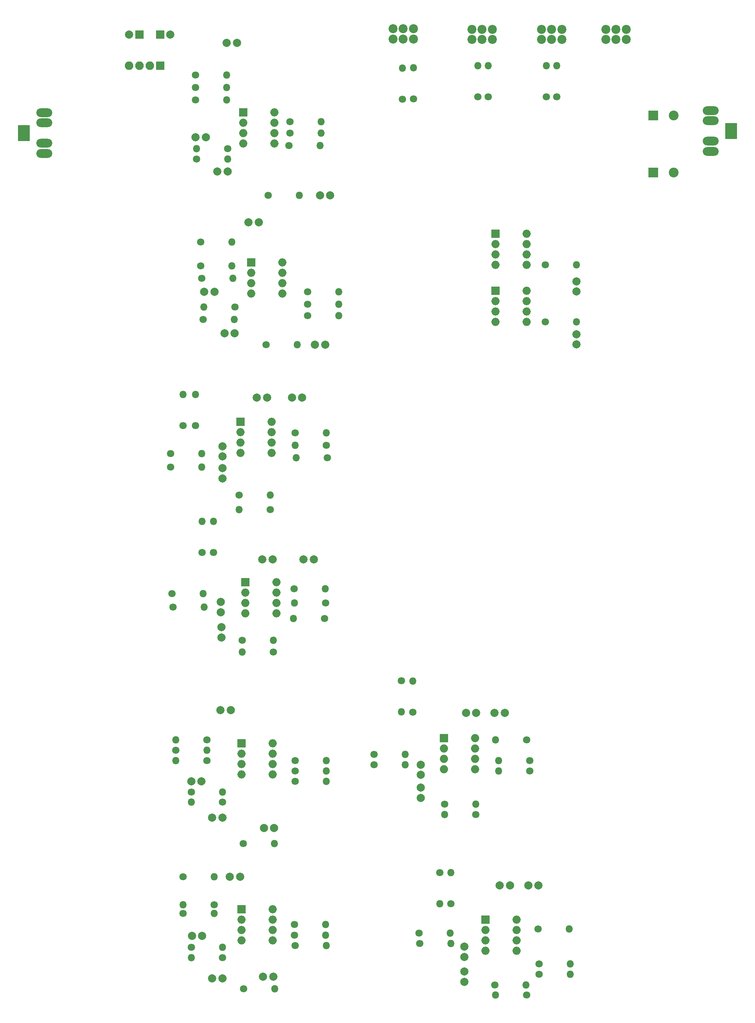
<source format=gbr>
G04 #@! TF.GenerationSoftware,KiCad,Pcbnew,5.0.0-rc3-6a2723a~65~ubuntu16.04.1*
G04 #@! TF.CreationDate,2018-07-19T21:14:32+03:00*
G04 #@! TF.ProjectId,test5,74657374352E6B696361645F70636200,rev?*
G04 #@! TF.SameCoordinates,Original*
G04 #@! TF.FileFunction,Soldermask,Bot*
G04 #@! TF.FilePolarity,Negative*
%FSLAX46Y46*%
G04 Gerber Fmt 4.6, Leading zero omitted, Abs format (unit mm)*
G04 Created by KiCad (PCBNEW 5.0.0-rc3-6a2723a~65~ubuntu16.04.1) date Thu Jul 19 21:14:32 2018*
%MOMM*%
%LPD*%
G01*
G04 APERTURE LIST*
%ADD10R,2.000000X2.000000*%
%ADD11O,2.000000X2.000000*%
%ADD12C,2.000000*%
%ADD13C,1.800000*%
%ADD14O,1.800000X1.800000*%
%ADD15R,2.100000X2.100000*%
%ADD16O,2.100000X2.100000*%
%ADD17R,2.400000X2.400000*%
%ADD18C,2.400000*%
%ADD19R,2.900000X3.900000*%
%ADD20O,3.900000X2.150000*%
%ADD21C,2.200000*%
G04 APERTURE END LIST*
D10*
G04 #@! TO.C,U6*
X80835500Y-230759000D03*
D11*
X88455500Y-238379000D03*
X80835500Y-233299000D03*
X88455500Y-235839000D03*
X80835500Y-235839000D03*
X88455500Y-233299000D03*
X80835500Y-238379000D03*
X88455500Y-230759000D03*
G04 #@! TD*
D12*
G04 #@! TO.C,C19*
X102576000Y-55880000D03*
X100076000Y-55880000D03*
G04 #@! TD*
G04 #@! TO.C,C21*
X79756000Y-18542000D03*
X77256000Y-18542000D03*
G04 #@! TD*
D13*
G04 #@! TO.C,R14*
X69596000Y-29464000D03*
D14*
X77216000Y-29464000D03*
G04 #@! TD*
D13*
G04 #@! TO.C,R13*
X69596000Y-26416000D03*
D14*
X77216000Y-26416000D03*
G04 #@! TD*
D13*
G04 #@! TO.C,R25*
X69596000Y-32512000D03*
D14*
X77216000Y-32512000D03*
G04 #@! TD*
D15*
G04 #@! TO.C,J3*
X60960000Y-24130000D03*
D16*
X58420000Y-24130000D03*
X55880000Y-24130000D03*
X53340000Y-24130000D03*
G04 #@! TD*
D13*
G04 #@! TO.C,10K1*
X157988000Y-31750000D03*
D14*
X157988000Y-24130000D03*
G04 #@! TD*
D10*
G04 #@! TO.C,C1*
X60960000Y-16510000D03*
D12*
X63460000Y-16510000D03*
G04 #@! TD*
G04 #@! TO.C,C2*
X53380000Y-16510000D03*
D10*
X55880000Y-16510000D03*
G04 #@! TD*
D12*
G04 #@! TO.C,C3*
X76200000Y-125222000D03*
X76200000Y-122722000D03*
G04 #@! TD*
G04 #@! TO.C,C4*
X75946000Y-161671000D03*
X75946000Y-164171000D03*
G04 #@! TD*
G04 #@! TO.C,C5*
X76200000Y-117348000D03*
X76200000Y-119848000D03*
G04 #@! TD*
G04 #@! TO.C,C6*
X75819000Y-157988000D03*
X75819000Y-155488000D03*
G04 #@! TD*
G04 #@! TO.C,C7*
X69636000Y-41656000D03*
X72136000Y-41656000D03*
G04 #@! TD*
G04 #@! TO.C,C8*
X74250000Y-79500000D03*
X71750000Y-79500000D03*
G04 #@! TD*
G04 #@! TO.C,C9*
X77470000Y-50038000D03*
X74970000Y-50038000D03*
G04 #@! TD*
G04 #@! TO.C,C10*
X79208000Y-89662000D03*
X76708000Y-89662000D03*
G04 #@! TD*
G04 #@! TO.C,C11*
X73700000Y-208280000D03*
X76200000Y-208280000D03*
G04 #@! TD*
G04 #@! TO.C,C12*
X76200000Y-247650000D03*
X73700000Y-247650000D03*
G04 #@! TD*
G04 #@! TO.C,C13*
X71080000Y-199390000D03*
X68580000Y-199390000D03*
G04 #@! TD*
G04 #@! TO.C,C14*
X68747000Y-237236000D03*
X71247000Y-237236000D03*
G04 #@! TD*
G04 #@! TO.C,C15*
X87122000Y-105410000D03*
X84622000Y-105410000D03*
G04 #@! TD*
G04 #@! TO.C,C16*
X88479000Y-145034000D03*
X85979000Y-145034000D03*
G04 #@! TD*
G04 #@! TO.C,C17*
X95718000Y-105410000D03*
X93218000Y-105410000D03*
G04 #@! TD*
G04 #@! TO.C,C18*
X96052000Y-145034000D03*
X98552000Y-145034000D03*
G04 #@! TD*
G04 #@! TO.C,C20*
X101346000Y-92456000D03*
X98846000Y-92456000D03*
G04 #@! TD*
G04 #@! TO.C,C22*
X82590000Y-62484000D03*
X85090000Y-62484000D03*
G04 #@! TD*
G04 #@! TO.C,C23*
X86360000Y-210820000D03*
X88860000Y-210820000D03*
G04 #@! TD*
G04 #@! TO.C,C24*
X88646000Y-247269000D03*
X86146000Y-247269000D03*
G04 #@! TD*
G04 #@! TO.C,C25*
X75732000Y-181991000D03*
X78232000Y-181991000D03*
G04 #@! TD*
G04 #@! TO.C,C26*
X78018000Y-222758000D03*
X80518000Y-222758000D03*
G04 #@! TD*
G04 #@! TO.C,C27*
X124714000Y-200954000D03*
X124714000Y-203454000D03*
G04 #@! TD*
G04 #@! TO.C,C28*
X135382000Y-245999000D03*
X135382000Y-248499000D03*
G04 #@! TD*
G04 #@! TO.C,C29*
X124714000Y-197826000D03*
X124714000Y-195326000D03*
G04 #@! TD*
G04 #@! TO.C,C30*
X135382000Y-239903000D03*
X135382000Y-242403000D03*
G04 #@! TD*
G04 #@! TO.C,C31*
X135803000Y-182626000D03*
X138303000Y-182626000D03*
G04 #@! TD*
G04 #@! TO.C,C32*
X144058000Y-224917000D03*
X146558000Y-224917000D03*
G04 #@! TD*
G04 #@! TO.C,C33*
X142788000Y-182626000D03*
X145288000Y-182626000D03*
G04 #@! TD*
G04 #@! TO.C,C34*
X153543000Y-224917000D03*
X151043000Y-224917000D03*
G04 #@! TD*
G04 #@! TO.C,C35*
X162814000Y-76962000D03*
X162814000Y-79462000D03*
G04 #@! TD*
G04 #@! TO.C,C36*
X162814000Y-89916000D03*
X162814000Y-92416000D03*
G04 #@! TD*
D17*
G04 #@! TO.C,C37*
X181610000Y-50292000D03*
D18*
X186610000Y-50292000D03*
G04 #@! TD*
G04 #@! TO.C,C38*
X186610000Y-36322000D03*
D17*
X181610000Y-36322000D03*
G04 #@! TD*
D19*
G04 #@! TO.C,J1*
X27614000Y-40640000D03*
D20*
X32620000Y-35640000D03*
X32620000Y-45640000D03*
X32620000Y-38140000D03*
X32620000Y-43140000D03*
G04 #@! TD*
G04 #@! TO.C,J2*
X195654000Y-37632000D03*
X195654000Y-42632000D03*
X195654000Y-35132000D03*
X195654000Y-45132000D03*
D19*
X200660000Y-40132000D03*
G04 #@! TD*
D13*
G04 #@! TO.C,R1*
X69850000Y-46990000D03*
D14*
X77470000Y-46990000D03*
G04 #@! TD*
D13*
G04 #@! TO.C,R2*
X71500000Y-86250000D03*
D14*
X79120000Y-86250000D03*
G04 #@! TD*
D13*
G04 #@! TO.C,R3*
X68580000Y-202057000D03*
D14*
X76200000Y-202057000D03*
G04 #@! TD*
G04 #@! TO.C,R4*
X76200000Y-240030000D03*
D13*
X68580000Y-240030000D03*
G04 #@! TD*
G04 #@! TO.C,R5*
X77470000Y-44450000D03*
D14*
X69850000Y-44450000D03*
G04 #@! TD*
D13*
G04 #@! TO.C,R6*
X79250000Y-83250000D03*
D14*
X71630000Y-83250000D03*
G04 #@! TD*
G04 #@! TO.C,R7*
X68580000Y-204470000D03*
D13*
X76200000Y-204470000D03*
G04 #@! TD*
G04 #@! TO.C,R8*
X76200000Y-242570000D03*
D14*
X68580000Y-242570000D03*
G04 #@! TD*
G04 #@! TO.C,R9*
X71120000Y-119126000D03*
D13*
X63500000Y-119126000D03*
G04 #@! TD*
D14*
G04 #@! TO.C,R10*
X71501000Y-153416000D03*
D13*
X63881000Y-153416000D03*
G04 #@! TD*
D14*
G04 #@! TO.C,R11*
X71120000Y-122428000D03*
D13*
X63500000Y-122428000D03*
G04 #@! TD*
D14*
G04 #@! TO.C,R12*
X71755000Y-156718000D03*
D13*
X64135000Y-156718000D03*
G04 #@! TD*
G04 #@! TO.C,R15*
X70866000Y-73152000D03*
D14*
X78486000Y-73152000D03*
G04 #@! TD*
G04 #@! TO.C,R16*
X78740000Y-76200000D03*
D13*
X71120000Y-76200000D03*
G04 #@! TD*
D14*
G04 #@! TO.C,R17*
X66548000Y-104648000D03*
D13*
X66548000Y-112268000D03*
G04 #@! TD*
G04 #@! TO.C,R18*
X69596000Y-112268000D03*
D14*
X69596000Y-104648000D03*
G04 #@! TD*
G04 #@! TO.C,R19*
X71247000Y-135763000D03*
D13*
X71247000Y-143383000D03*
G04 #@! TD*
G04 #@! TO.C,R20*
X74041000Y-143383000D03*
D14*
X74041000Y-135763000D03*
G04 #@! TD*
G04 #@! TO.C,R21*
X72390000Y-191770000D03*
D13*
X64770000Y-191770000D03*
G04 #@! TD*
G04 #@! TO.C,R22*
X72390000Y-194310000D03*
D14*
X64770000Y-194310000D03*
G04 #@! TD*
D13*
G04 #@! TO.C,R23*
X74168000Y-229616000D03*
D14*
X66548000Y-229616000D03*
G04 #@! TD*
G04 #@! TO.C,R24*
X74168000Y-231775000D03*
D13*
X66548000Y-231775000D03*
G04 #@! TD*
D14*
G04 #@! TO.C,R26*
X78486000Y-67310000D03*
D13*
X70866000Y-67310000D03*
G04 #@! TD*
G04 #@! TO.C,R27*
X72390000Y-189230000D03*
D14*
X64770000Y-189230000D03*
G04 #@! TD*
G04 #@! TO.C,R28*
X74168000Y-222758000D03*
D13*
X66548000Y-222758000D03*
G04 #@! TD*
G04 #@! TO.C,R29*
X87376000Y-55880000D03*
D14*
X94996000Y-55880000D03*
G04 #@! TD*
D13*
G04 #@! TO.C,R30*
X86868000Y-92456000D03*
D14*
X94488000Y-92456000D03*
G04 #@! TD*
G04 #@! TO.C,R31*
X88900000Y-214630000D03*
D13*
X81280000Y-214630000D03*
G04 #@! TD*
G04 #@! TO.C,R32*
X81407000Y-250190000D03*
D14*
X89027000Y-250190000D03*
G04 #@! TD*
D13*
G04 #@! TO.C,R33*
X80264000Y-129286000D03*
D14*
X87884000Y-129286000D03*
G04 #@! TD*
G04 #@! TO.C,R34*
X88646000Y-164846000D03*
D13*
X81026000Y-164846000D03*
G04 #@! TD*
G04 #@! TO.C,R35*
X93980000Y-114046000D03*
D14*
X101600000Y-114046000D03*
G04 #@! TD*
D13*
G04 #@! TO.C,R36*
X93726000Y-152273000D03*
D14*
X101346000Y-152273000D03*
G04 #@! TD*
G04 #@! TO.C,R37*
X100330000Y-37846000D03*
D13*
X92710000Y-37846000D03*
G04 #@! TD*
G04 #@! TO.C,R38*
X92710000Y-40640000D03*
D14*
X100330000Y-40640000D03*
G04 #@! TD*
G04 #@! TO.C,R39*
X100076000Y-43688000D03*
D13*
X92456000Y-43688000D03*
G04 #@! TD*
G04 #@! TO.C,R40*
X97028000Y-79502000D03*
D14*
X104648000Y-79502000D03*
G04 #@! TD*
G04 #@! TO.C,R41*
X104648000Y-82550000D03*
D13*
X97028000Y-82550000D03*
G04 #@! TD*
G04 #@! TO.C,R42*
X97028000Y-85344000D03*
D14*
X104648000Y-85344000D03*
G04 #@! TD*
G04 #@! TO.C,R43*
X93980000Y-117094000D03*
D13*
X101600000Y-117094000D03*
G04 #@! TD*
D14*
G04 #@! TO.C,R44*
X94234000Y-120142000D03*
D13*
X101854000Y-120142000D03*
G04 #@! TD*
D14*
G04 #@! TO.C,R45*
X80264000Y-132842000D03*
D13*
X87884000Y-132842000D03*
G04 #@! TD*
D14*
G04 #@! TO.C,R46*
X93853000Y-155702000D03*
D13*
X101473000Y-155702000D03*
G04 #@! TD*
D14*
G04 #@! TO.C,R47*
X93599000Y-159512000D03*
D13*
X101219000Y-159512000D03*
G04 #@! TD*
G04 #@! TO.C,R48*
X88646000Y-167767000D03*
D14*
X81026000Y-167767000D03*
G04 #@! TD*
G04 #@! TO.C,R49*
X101600000Y-194310000D03*
D13*
X93980000Y-194310000D03*
G04 #@! TD*
G04 #@! TO.C,R50*
X93980000Y-196850000D03*
D14*
X101600000Y-196850000D03*
G04 #@! TD*
G04 #@! TO.C,R51*
X101600000Y-199390000D03*
D13*
X93980000Y-199390000D03*
G04 #@! TD*
G04 #@! TO.C,R52*
X93980000Y-239649000D03*
D14*
X101600000Y-239649000D03*
G04 #@! TD*
G04 #@! TO.C,R53*
X101473000Y-237109000D03*
D13*
X93853000Y-237109000D03*
G04 #@! TD*
G04 #@! TO.C,R54*
X93853000Y-234442000D03*
D14*
X101473000Y-234442000D03*
G04 #@! TD*
D13*
G04 #@! TO.C,R55*
X113284000Y-195326000D03*
D14*
X120904000Y-195326000D03*
G04 #@! TD*
G04 #@! TO.C,R56*
X132080000Y-239141000D03*
D13*
X124460000Y-239141000D03*
G04 #@! TD*
G04 #@! TO.C,R57*
X113284000Y-192786000D03*
D14*
X120904000Y-192786000D03*
G04 #@! TD*
G04 #@! TO.C,R58*
X131953000Y-236601000D03*
D13*
X124333000Y-236601000D03*
G04 #@! TD*
D14*
G04 #@! TO.C,R59*
X120006335Y-182406726D03*
D13*
X120006335Y-174786726D03*
G04 #@! TD*
G04 #@! TO.C,R60*
X122809000Y-182499000D03*
D14*
X122809000Y-174879000D03*
G04 #@! TD*
G04 #@! TO.C,R61*
X132080000Y-221742000D03*
D13*
X132080000Y-229362000D03*
G04 #@! TD*
G04 #@! TO.C,R62*
X129413000Y-221742000D03*
D14*
X129413000Y-229362000D03*
G04 #@! TD*
G04 #@! TO.C,R63*
X120269000Y-24765000D03*
D13*
X120269000Y-32385000D03*
G04 #@! TD*
G04 #@! TO.C,R64*
X141224000Y-31750000D03*
D14*
X141224000Y-24130000D03*
G04 #@! TD*
G04 #@! TO.C,R65*
X155448000Y-24130000D03*
D13*
X155448000Y-31750000D03*
G04 #@! TD*
D14*
G04 #@! TO.C,R66*
X138176000Y-204978000D03*
D13*
X130556000Y-204978000D03*
G04 #@! TD*
G04 #@! TO.C,R67*
X142875000Y-249301000D03*
D14*
X150495000Y-249301000D03*
G04 #@! TD*
G04 #@! TO.C,R68*
X143002000Y-189230000D03*
D13*
X150622000Y-189230000D03*
G04 #@! TD*
G04 #@! TO.C,R69*
X153416000Y-235585000D03*
D14*
X161036000Y-235585000D03*
G04 #@! TD*
D13*
G04 #@! TO.C,R70*
X122936000Y-32258000D03*
D14*
X122936000Y-24638000D03*
G04 #@! TD*
G04 #@! TO.C,R71*
X138684000Y-24130000D03*
D13*
X138684000Y-31750000D03*
G04 #@! TD*
G04 #@! TO.C,R73*
X151384000Y-194310000D03*
D14*
X143764000Y-194310000D03*
G04 #@! TD*
G04 #@! TO.C,R74*
X143764000Y-196850000D03*
D13*
X151384000Y-196850000D03*
G04 #@! TD*
G04 #@! TO.C,R75*
X138176000Y-207518000D03*
D14*
X130556000Y-207518000D03*
G04 #@! TD*
G04 #@! TO.C,R76*
X143002000Y-251714000D03*
D13*
X150622000Y-251714000D03*
G04 #@! TD*
G04 #@! TO.C,R77*
X153670000Y-246634000D03*
D14*
X161290000Y-246634000D03*
G04 #@! TD*
G04 #@! TO.C,R78*
X161290000Y-244094000D03*
D13*
X153670000Y-244094000D03*
G04 #@! TD*
D14*
G04 #@! TO.C,R79*
X162814000Y-72898000D03*
D13*
X155194000Y-72898000D03*
G04 #@! TD*
D14*
G04 #@! TO.C,R80*
X162814000Y-86868000D03*
D13*
X155194000Y-86868000D03*
G04 #@! TD*
D21*
G04 #@! TO.C,RV1*
X117936000Y-15113000D03*
X120436000Y-15113000D03*
X122936000Y-15113000D03*
X117936000Y-17613000D03*
X120436000Y-17613000D03*
X122936000Y-17613000D03*
G04 #@! TD*
G04 #@! TO.C,RV2*
X142240000Y-17740000D03*
X139740000Y-17740000D03*
X137240000Y-17740000D03*
X142240000Y-15240000D03*
X139740000Y-15240000D03*
X137240000Y-15240000D03*
G04 #@! TD*
G04 #@! TO.C,RV3*
X175006000Y-17740000D03*
X172506000Y-17740000D03*
X170006000Y-17740000D03*
X175006000Y-15240000D03*
X172506000Y-15240000D03*
X170006000Y-15240000D03*
G04 #@! TD*
G04 #@! TO.C,RV4*
X154258000Y-15240000D03*
X156758000Y-15240000D03*
X159258000Y-15240000D03*
X154258000Y-17740000D03*
X156758000Y-17740000D03*
X159258000Y-17740000D03*
G04 #@! TD*
D10*
G04 #@! TO.C,U1*
X81280000Y-35560000D03*
D11*
X88900000Y-43180000D03*
X81280000Y-38100000D03*
X88900000Y-40640000D03*
X81280000Y-40640000D03*
X88900000Y-38100000D03*
X81280000Y-43180000D03*
X88900000Y-35560000D03*
G04 #@! TD*
D10*
G04 #@! TO.C,U2*
X83248500Y-72326500D03*
D11*
X90868500Y-79946500D03*
X83248500Y-74866500D03*
X90868500Y-77406500D03*
X83248500Y-77406500D03*
X90868500Y-74866500D03*
X83248500Y-79946500D03*
X90868500Y-72326500D03*
G04 #@! TD*
G04 #@! TO.C,U3*
X88201500Y-111379000D03*
X80581500Y-118999000D03*
X88201500Y-113919000D03*
X80581500Y-116459000D03*
X88201500Y-116459000D03*
X80581500Y-113919000D03*
X88201500Y-118999000D03*
D10*
X80581500Y-111379000D03*
G04 #@! TD*
G04 #@! TO.C,U4*
X81788000Y-150622000D03*
D11*
X89408000Y-158242000D03*
X81788000Y-153162000D03*
X89408000Y-155702000D03*
X81788000Y-155702000D03*
X89408000Y-153162000D03*
X81788000Y-158242000D03*
X89408000Y-150622000D03*
G04 #@! TD*
G04 #@! TO.C,U5*
X88455500Y-190119000D03*
X80835500Y-197739000D03*
X88455500Y-192659000D03*
X80835500Y-195199000D03*
X88455500Y-195199000D03*
X80835500Y-192659000D03*
X88455500Y-197739000D03*
D10*
X80835500Y-190119000D03*
G04 #@! TD*
D11*
G04 #@! TO.C,U7*
X137985500Y-188849000D03*
X130365500Y-196469000D03*
X137985500Y-191389000D03*
X130365500Y-193929000D03*
X137985500Y-193929000D03*
X130365500Y-191389000D03*
X137985500Y-196469000D03*
D10*
X130365500Y-188849000D03*
G04 #@! TD*
D11*
G04 #@! TO.C,U8*
X148145500Y-233299000D03*
X140525500Y-240919000D03*
X148145500Y-235839000D03*
X140525500Y-238379000D03*
X148145500Y-238379000D03*
X140525500Y-235839000D03*
X148145500Y-240919000D03*
D10*
X140525500Y-233299000D03*
G04 #@! TD*
G04 #@! TO.C,U9*
X143002000Y-65278000D03*
D11*
X150622000Y-72898000D03*
X143002000Y-67818000D03*
X150622000Y-70358000D03*
X143002000Y-70358000D03*
X150622000Y-67818000D03*
X143002000Y-72898000D03*
X150622000Y-65278000D03*
G04 #@! TD*
G04 #@! TO.C,U10*
X150622000Y-79248000D03*
X143002000Y-86868000D03*
X150622000Y-81788000D03*
X143002000Y-84328000D03*
X150622000Y-84328000D03*
X143002000Y-81788000D03*
X150622000Y-86868000D03*
D10*
X143002000Y-79248000D03*
G04 #@! TD*
M02*

</source>
